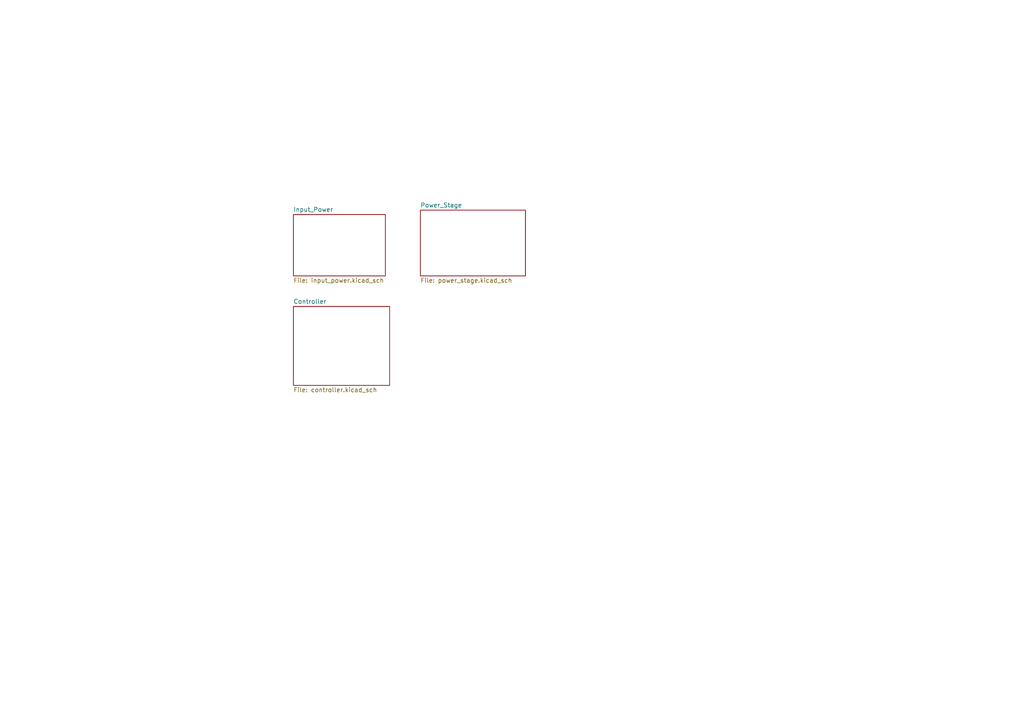
<source format=kicad_sch>
(kicad_sch
	(version 20250114)
	(generator "eeschema")
	(generator_version "9.0")
	(uuid "cab80593-e0bb-4db5-b73e-7b669222cb07")
	(paper "A4")
	(lib_symbols)
	(sheet
		(at 85.09 62.23)
		(size 26.67 17.78)
		(exclude_from_sim no)
		(in_bom yes)
		(on_board yes)
		(dnp no)
		(fields_autoplaced yes)
		(stroke
			(width 0.1524)
			(type solid)
		)
		(fill
			(color 0 0 0 0.0000)
		)
		(uuid "01cda18d-0d6c-41db-991a-6de504d837e2")
		(property "Sheetname" "Input_Power"
			(at 85.09 61.5184 0)
			(effects
				(font
					(size 1.27 1.27)
				)
				(justify left bottom)
			)
		)
		(property "Sheetfile" "input_power.kicad_sch"
			(at 85.09 80.5946 0)
			(effects
				(font
					(size 1.27 1.27)
				)
				(justify left top)
			)
		)
		(instances
			(project "boost_converter1"
				(path "/cab80593-e0bb-4db5-b73e-7b669222cb07"
					(page "3")
				)
			)
		)
	)
	(sheet
		(at 121.92 60.96)
		(size 30.48 19.05)
		(exclude_from_sim no)
		(in_bom yes)
		(on_board yes)
		(dnp no)
		(fields_autoplaced yes)
		(stroke
			(width 0.1524)
			(type solid)
		)
		(fill
			(color 0 0 0 0.0000)
		)
		(uuid "a5636f50-9f73-4124-ba2d-dfde1a48dc6e")
		(property "Sheetname" "Power_Stage"
			(at 121.92 60.2484 0)
			(effects
				(font
					(size 1.27 1.27)
				)
				(justify left bottom)
			)
		)
		(property "Sheetfile" "power_stage.kicad_sch"
			(at 121.92 80.5946 0)
			(effects
				(font
					(size 1.27 1.27)
				)
				(justify left top)
			)
		)
		(instances
			(project "boost_converter1"
				(path "/cab80593-e0bb-4db5-b73e-7b669222cb07"
					(page "2")
				)
			)
		)
	)
	(sheet
		(at 85.09 88.9)
		(size 27.94 22.86)
		(exclude_from_sim no)
		(in_bom yes)
		(on_board yes)
		(dnp no)
		(fields_autoplaced yes)
		(stroke
			(width 0.1524)
			(type solid)
		)
		(fill
			(color 0 0 0 0.0000)
		)
		(uuid "ed3c59d3-4cf8-401a-9df7-d40c023e643b")
		(property "Sheetname" "Controller"
			(at 85.09 88.1884 0)
			(effects
				(font
					(size 1.27 1.27)
				)
				(justify left bottom)
			)
		)
		(property "Sheetfile" "controller.kicad_sch"
			(at 85.09 112.3446 0)
			(effects
				(font
					(size 1.27 1.27)
				)
				(justify left top)
			)
		)
		(instances
			(project "boost_converter1"
				(path "/cab80593-e0bb-4db5-b73e-7b669222cb07"
					(page "4")
				)
			)
		)
	)
	(sheet_instances
		(path "/"
			(page "1")
		)
	)
	(embedded_fonts no)
)

</source>
